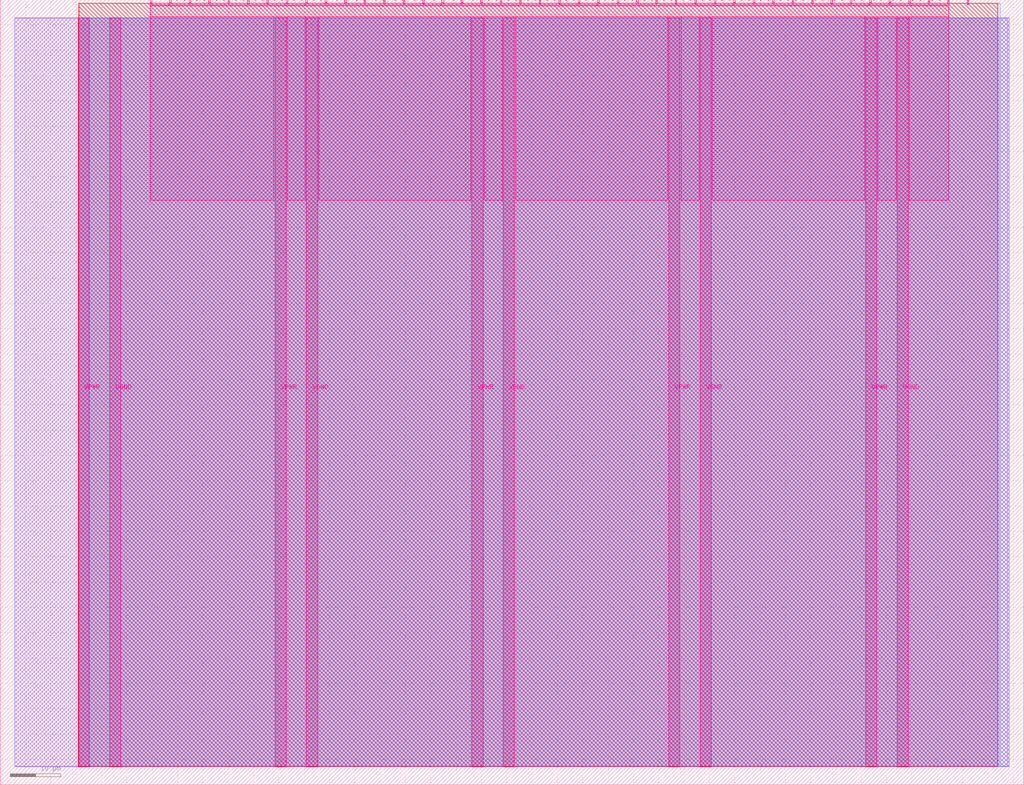
<source format=lef>
VERSION 5.7 ;
  NOWIREEXTENSIONATPIN ON ;
  DIVIDERCHAR "/" ;
  BUSBITCHARS "[]" ;
MACRO tt_um_pwm_top
  CLASS BLOCK ;
  FOREIGN tt_um_pwm_top ;
  ORIGIN 0.000 0.000 ;
  SIZE 202.080 BY 154.980 ;
  PIN VGND
    DIRECTION INOUT ;
    USE GROUND ;
    PORT
      LAYER Metal5 ;
        RECT 21.580 3.560 23.780 151.420 ;
    END
    PORT
      LAYER Metal5 ;
        RECT 60.450 3.560 62.650 151.420 ;
    END
    PORT
      LAYER Metal5 ;
        RECT 99.320 3.560 101.520 151.420 ;
    END
    PORT
      LAYER Metal5 ;
        RECT 138.190 3.560 140.390 151.420 ;
    END
    PORT
      LAYER Metal5 ;
        RECT 177.060 3.560 179.260 151.420 ;
    END
  END VGND
  PIN VPWR
    DIRECTION INOUT ;
    USE POWER ;
    PORT
      LAYER Metal5 ;
        RECT 15.380 3.560 17.580 151.420 ;
    END
    PORT
      LAYER Metal5 ;
        RECT 54.250 3.560 56.450 151.420 ;
    END
    PORT
      LAYER Metal5 ;
        RECT 93.120 3.560 95.320 151.420 ;
    END
    PORT
      LAYER Metal5 ;
        RECT 131.990 3.560 134.190 151.420 ;
    END
    PORT
      LAYER Metal5 ;
        RECT 170.860 3.560 173.060 151.420 ;
    END
  END VPWR
  PIN clk
    DIRECTION INPUT ;
    USE SIGNAL ;
    ANTENNAGATEAREA 0.213200 ;
    PORT
      LAYER Metal5 ;
        RECT 187.050 153.980 187.350 154.980 ;
    END
  END clk
  PIN ena
    DIRECTION INPUT ;
    USE SIGNAL ;
    PORT
      LAYER Metal5 ;
        RECT 190.890 153.980 191.190 154.980 ;
    END
  END ena
  PIN rst_n
    DIRECTION INPUT ;
    USE SIGNAL ;
    ANTENNAGATEAREA 0.180700 ;
    PORT
      LAYER Metal5 ;
        RECT 183.210 153.980 183.510 154.980 ;
    END
  END rst_n
  PIN ui_in[0]
    DIRECTION INPUT ;
    USE SIGNAL ;
    ANTENNAGATEAREA 0.180700 ;
    PORT
      LAYER Metal5 ;
        RECT 179.370 153.980 179.670 154.980 ;
    END
  END ui_in[0]
  PIN ui_in[1]
    DIRECTION INPUT ;
    USE SIGNAL ;
    ANTENNAGATEAREA 0.180700 ;
    PORT
      LAYER Metal5 ;
        RECT 175.530 153.980 175.830 154.980 ;
    END
  END ui_in[1]
  PIN ui_in[2]
    DIRECTION INPUT ;
    USE SIGNAL ;
    ANTENNAGATEAREA 0.213200 ;
    PORT
      LAYER Metal5 ;
        RECT 171.690 153.980 171.990 154.980 ;
    END
  END ui_in[2]
  PIN ui_in[3]
    DIRECTION INPUT ;
    USE SIGNAL ;
    ANTENNAGATEAREA 0.213200 ;
    PORT
      LAYER Metal5 ;
        RECT 167.850 153.980 168.150 154.980 ;
    END
  END ui_in[3]
  PIN ui_in[4]
    DIRECTION INPUT ;
    USE SIGNAL ;
    ANTENNAGATEAREA 0.180700 ;
    PORT
      LAYER Metal5 ;
        RECT 164.010 153.980 164.310 154.980 ;
    END
  END ui_in[4]
  PIN ui_in[5]
    DIRECTION INPUT ;
    USE SIGNAL ;
    ANTENNAGATEAREA 0.180700 ;
    PORT
      LAYER Metal5 ;
        RECT 160.170 153.980 160.470 154.980 ;
    END
  END ui_in[5]
  PIN ui_in[6]
    DIRECTION INPUT ;
    USE SIGNAL ;
    ANTENNAGATEAREA 0.180700 ;
    PORT
      LAYER Metal5 ;
        RECT 156.330 153.980 156.630 154.980 ;
    END
  END ui_in[6]
  PIN ui_in[7]
    DIRECTION INPUT ;
    USE SIGNAL ;
    ANTENNAGATEAREA 0.180700 ;
    PORT
      LAYER Metal5 ;
        RECT 152.490 153.980 152.790 154.980 ;
    END
  END ui_in[7]
  PIN uio_in[0]
    DIRECTION INPUT ;
    USE SIGNAL ;
    PORT
      LAYER Metal5 ;
        RECT 148.650 153.980 148.950 154.980 ;
    END
  END uio_in[0]
  PIN uio_in[1]
    DIRECTION INPUT ;
    USE SIGNAL ;
    PORT
      LAYER Metal5 ;
        RECT 144.810 153.980 145.110 154.980 ;
    END
  END uio_in[1]
  PIN uio_in[2]
    DIRECTION INPUT ;
    USE SIGNAL ;
    PORT
      LAYER Metal5 ;
        RECT 140.970 153.980 141.270 154.980 ;
    END
  END uio_in[2]
  PIN uio_in[3]
    DIRECTION INPUT ;
    USE SIGNAL ;
    PORT
      LAYER Metal5 ;
        RECT 137.130 153.980 137.430 154.980 ;
    END
  END uio_in[3]
  PIN uio_in[4]
    DIRECTION INPUT ;
    USE SIGNAL ;
    PORT
      LAYER Metal5 ;
        RECT 133.290 153.980 133.590 154.980 ;
    END
  END uio_in[4]
  PIN uio_in[5]
    DIRECTION INPUT ;
    USE SIGNAL ;
    PORT
      LAYER Metal5 ;
        RECT 129.450 153.980 129.750 154.980 ;
    END
  END uio_in[5]
  PIN uio_in[6]
    DIRECTION INPUT ;
    USE SIGNAL ;
    PORT
      LAYER Metal5 ;
        RECT 125.610 153.980 125.910 154.980 ;
    END
  END uio_in[6]
  PIN uio_in[7]
    DIRECTION INPUT ;
    USE SIGNAL ;
    PORT
      LAYER Metal5 ;
        RECT 121.770 153.980 122.070 154.980 ;
    END
  END uio_in[7]
  PIN uio_oe[0]
    DIRECTION OUTPUT ;
    USE SIGNAL ;
    ANTENNADIFFAREA 0.299200 ;
    PORT
      LAYER Metal5 ;
        RECT 56.490 153.980 56.790 154.980 ;
    END
  END uio_oe[0]
  PIN uio_oe[1]
    DIRECTION OUTPUT ;
    USE SIGNAL ;
    ANTENNADIFFAREA 0.299200 ;
    PORT
      LAYER Metal5 ;
        RECT 52.650 153.980 52.950 154.980 ;
    END
  END uio_oe[1]
  PIN uio_oe[2]
    DIRECTION OUTPUT ;
    USE SIGNAL ;
    ANTENNADIFFAREA 0.299200 ;
    PORT
      LAYER Metal5 ;
        RECT 48.810 153.980 49.110 154.980 ;
    END
  END uio_oe[2]
  PIN uio_oe[3]
    DIRECTION OUTPUT ;
    USE SIGNAL ;
    ANTENNADIFFAREA 0.299200 ;
    PORT
      LAYER Metal5 ;
        RECT 44.970 153.980 45.270 154.980 ;
    END
  END uio_oe[3]
  PIN uio_oe[4]
    DIRECTION OUTPUT ;
    USE SIGNAL ;
    ANTENNADIFFAREA 0.299200 ;
    PORT
      LAYER Metal5 ;
        RECT 41.130 153.980 41.430 154.980 ;
    END
  END uio_oe[4]
  PIN uio_oe[5]
    DIRECTION OUTPUT ;
    USE SIGNAL ;
    ANTENNADIFFAREA 0.299200 ;
    PORT
      LAYER Metal5 ;
        RECT 37.290 153.980 37.590 154.980 ;
    END
  END uio_oe[5]
  PIN uio_oe[6]
    DIRECTION OUTPUT ;
    USE SIGNAL ;
    ANTENNADIFFAREA 0.299200 ;
    PORT
      LAYER Metal5 ;
        RECT 33.450 153.980 33.750 154.980 ;
    END
  END uio_oe[6]
  PIN uio_oe[7]
    DIRECTION OUTPUT ;
    USE SIGNAL ;
    ANTENNADIFFAREA 0.299200 ;
    PORT
      LAYER Metal5 ;
        RECT 29.610 153.980 29.910 154.980 ;
    END
  END uio_oe[7]
  PIN uio_out[0]
    DIRECTION OUTPUT ;
    USE SIGNAL ;
    ANTENNADIFFAREA 0.299200 ;
    PORT
      LAYER Metal5 ;
        RECT 87.210 153.980 87.510 154.980 ;
    END
  END uio_out[0]
  PIN uio_out[1]
    DIRECTION OUTPUT ;
    USE SIGNAL ;
    ANTENNADIFFAREA 0.299200 ;
    PORT
      LAYER Metal5 ;
        RECT 83.370 153.980 83.670 154.980 ;
    END
  END uio_out[1]
  PIN uio_out[2]
    DIRECTION OUTPUT ;
    USE SIGNAL ;
    ANTENNADIFFAREA 0.299200 ;
    PORT
      LAYER Metal5 ;
        RECT 79.530 153.980 79.830 154.980 ;
    END
  END uio_out[2]
  PIN uio_out[3]
    DIRECTION OUTPUT ;
    USE SIGNAL ;
    ANTENNADIFFAREA 0.299200 ;
    PORT
      LAYER Metal5 ;
        RECT 75.690 153.980 75.990 154.980 ;
    END
  END uio_out[3]
  PIN uio_out[4]
    DIRECTION OUTPUT ;
    USE SIGNAL ;
    ANTENNADIFFAREA 0.299200 ;
    PORT
      LAYER Metal5 ;
        RECT 71.850 153.980 72.150 154.980 ;
    END
  END uio_out[4]
  PIN uio_out[5]
    DIRECTION OUTPUT ;
    USE SIGNAL ;
    ANTENNADIFFAREA 0.299200 ;
    PORT
      LAYER Metal5 ;
        RECT 68.010 153.980 68.310 154.980 ;
    END
  END uio_out[5]
  PIN uio_out[6]
    DIRECTION OUTPUT ;
    USE SIGNAL ;
    ANTENNADIFFAREA 0.299200 ;
    PORT
      LAYER Metal5 ;
        RECT 64.170 153.980 64.470 154.980 ;
    END
  END uio_out[6]
  PIN uio_out[7]
    DIRECTION OUTPUT ;
    USE SIGNAL ;
    ANTENNADIFFAREA 0.299200 ;
    PORT
      LAYER Metal5 ;
        RECT 60.330 153.980 60.630 154.980 ;
    END
  END uio_out[7]
  PIN uo_out[0]
    DIRECTION OUTPUT ;
    USE SIGNAL ;
    ANTENNADIFFAREA 0.654800 ;
    PORT
      LAYER Metal5 ;
        RECT 117.930 153.980 118.230 154.980 ;
    END
  END uo_out[0]
  PIN uo_out[1]
    DIRECTION OUTPUT ;
    USE SIGNAL ;
    ANTENNADIFFAREA 0.654800 ;
    PORT
      LAYER Metal5 ;
        RECT 114.090 153.980 114.390 154.980 ;
    END
  END uo_out[1]
  PIN uo_out[2]
    DIRECTION OUTPUT ;
    USE SIGNAL ;
    ANTENNADIFFAREA 0.654800 ;
    PORT
      LAYER Metal5 ;
        RECT 110.250 153.980 110.550 154.980 ;
    END
  END uo_out[2]
  PIN uo_out[3]
    DIRECTION OUTPUT ;
    USE SIGNAL ;
    ANTENNADIFFAREA 0.654800 ;
    PORT
      LAYER Metal5 ;
        RECT 106.410 153.980 106.710 154.980 ;
    END
  END uo_out[3]
  PIN uo_out[4]
    DIRECTION OUTPUT ;
    USE SIGNAL ;
    ANTENNADIFFAREA 0.654800 ;
    PORT
      LAYER Metal5 ;
        RECT 102.570 153.980 102.870 154.980 ;
    END
  END uo_out[4]
  PIN uo_out[5]
    DIRECTION OUTPUT ;
    USE SIGNAL ;
    ANTENNADIFFAREA 0.654800 ;
    PORT
      LAYER Metal5 ;
        RECT 98.730 153.980 99.030 154.980 ;
    END
  END uo_out[5]
  PIN uo_out[6]
    DIRECTION OUTPUT ;
    USE SIGNAL ;
    ANTENNADIFFAREA 0.654800 ;
    PORT
      LAYER Metal5 ;
        RECT 94.890 153.980 95.190 154.980 ;
    END
  END uo_out[6]
  PIN uo_out[7]
    DIRECTION OUTPUT ;
    USE SIGNAL ;
    ANTENNADIFFAREA 0.654800 ;
    PORT
      LAYER Metal5 ;
        RECT 91.050 153.980 91.350 154.980 ;
    END
  END uo_out[7]
  OBS
      LAYER GatPoly ;
        RECT 2.880 3.630 199.200 151.350 ;
      LAYER Metal1 ;
        RECT 2.880 3.560 199.200 151.420 ;
      LAYER Metal2 ;
        RECT 15.515 3.680 198.865 151.300 ;
      LAYER Metal3 ;
        RECT 15.560 3.635 197.380 154.285 ;
      LAYER Metal4 ;
        RECT 15.515 3.680 196.945 154.240 ;
      LAYER Metal5 ;
        RECT 30.120 153.770 33.240 153.980 ;
        RECT 33.960 153.770 37.080 153.980 ;
        RECT 37.800 153.770 40.920 153.980 ;
        RECT 41.640 153.770 44.760 153.980 ;
        RECT 45.480 153.770 48.600 153.980 ;
        RECT 49.320 153.770 52.440 153.980 ;
        RECT 53.160 153.770 56.280 153.980 ;
        RECT 57.000 153.770 60.120 153.980 ;
        RECT 60.840 153.770 63.960 153.980 ;
        RECT 64.680 153.770 67.800 153.980 ;
        RECT 68.520 153.770 71.640 153.980 ;
        RECT 72.360 153.770 75.480 153.980 ;
        RECT 76.200 153.770 79.320 153.980 ;
        RECT 80.040 153.770 83.160 153.980 ;
        RECT 83.880 153.770 87.000 153.980 ;
        RECT 87.720 153.770 90.840 153.980 ;
        RECT 91.560 153.770 94.680 153.980 ;
        RECT 95.400 153.770 98.520 153.980 ;
        RECT 99.240 153.770 102.360 153.980 ;
        RECT 103.080 153.770 106.200 153.980 ;
        RECT 106.920 153.770 110.040 153.980 ;
        RECT 110.760 153.770 113.880 153.980 ;
        RECT 114.600 153.770 117.720 153.980 ;
        RECT 118.440 153.770 121.560 153.980 ;
        RECT 122.280 153.770 125.400 153.980 ;
        RECT 126.120 153.770 129.240 153.980 ;
        RECT 129.960 153.770 133.080 153.980 ;
        RECT 133.800 153.770 136.920 153.980 ;
        RECT 137.640 153.770 140.760 153.980 ;
        RECT 141.480 153.770 144.600 153.980 ;
        RECT 145.320 153.770 148.440 153.980 ;
        RECT 149.160 153.770 152.280 153.980 ;
        RECT 153.000 153.770 156.120 153.980 ;
        RECT 156.840 153.770 159.960 153.980 ;
        RECT 160.680 153.770 163.800 153.980 ;
        RECT 164.520 153.770 167.640 153.980 ;
        RECT 168.360 153.770 171.480 153.980 ;
        RECT 172.200 153.770 175.320 153.980 ;
        RECT 176.040 153.770 179.160 153.980 ;
        RECT 179.880 153.770 183.000 153.980 ;
        RECT 183.720 153.770 186.840 153.980 ;
        RECT 29.660 151.630 187.300 153.770 ;
        RECT 29.660 115.355 54.040 151.630 ;
        RECT 56.660 115.355 60.240 151.630 ;
        RECT 62.860 115.355 92.910 151.630 ;
        RECT 95.530 115.355 99.110 151.630 ;
        RECT 101.730 115.355 131.780 151.630 ;
        RECT 134.400 115.355 137.980 151.630 ;
        RECT 140.600 115.355 170.650 151.630 ;
        RECT 173.270 115.355 176.850 151.630 ;
        RECT 179.470 115.355 187.300 151.630 ;
  END
END tt_um_pwm_top
END LIBRARY


</source>
